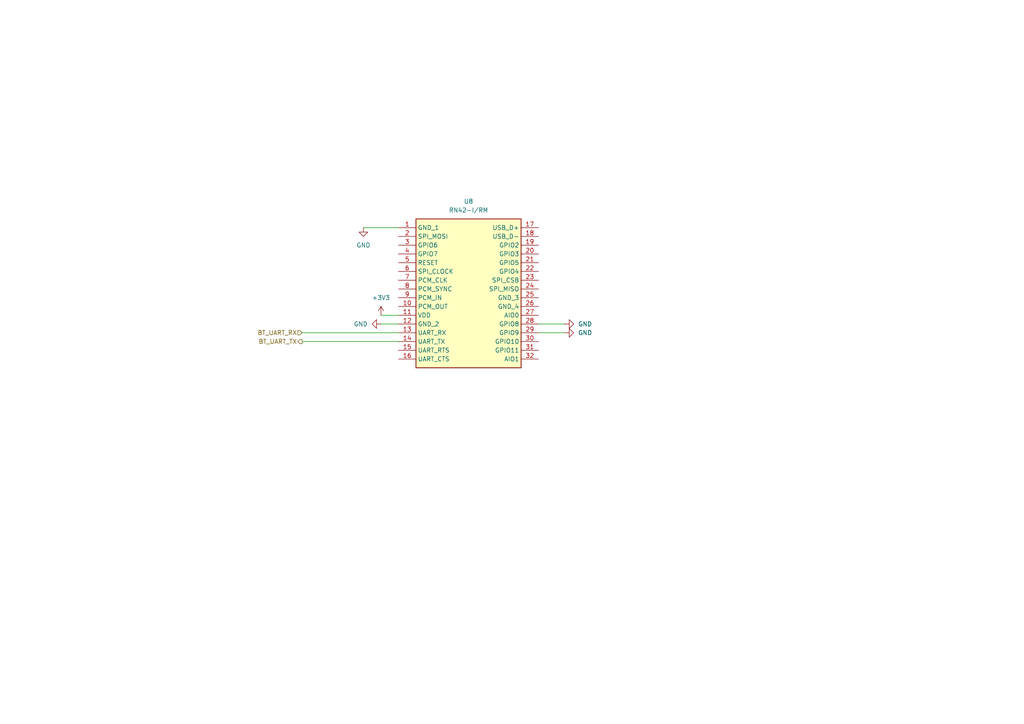
<source format=kicad_sch>
(kicad_sch (version 20250114) (generator "eeschema") (generator_version "9.0")
  (paper "A4")
  (lib_symbols
    (symbol "RN42-I/RM:RN42-I_RM"
      (property "Reference" "IC" (at 36.83 7.62 0))
      (property "Value" "RN42-I_RM" (at 36.83 5.08 0))
      (symbol "RN42-I_RM_1_1"
        (rectangle (start 5.08 2.54) (end 35.56 -40.64) (stroke (width 0.254)) (fill (type background)))
        (pin passive line (at 0 0 0) (length 5.08) (name "GND_1") (number "1"))
        (pin passive line (at 0 -2.54 0) (length 5.08) (name "SPI_MOSI") (number "2"))
        (pin passive line (at 0 -5.08 0) (length 5.08) (name "GPIO6") (number "3"))
        (pin passive line (at 0 -7.62 0) (length 5.08) (name "GPIO7") (number "4"))
        (pin passive line (at 0 -10.16 0) (length 5.08) (name "RESET") (number "5"))
        (pin passive line (at 0 -12.7 0) (length 5.08) (name "SPI_CLOCK") (number "6"))
        (pin passive line (at 0 -15.24 0) (length 5.08) (name "PCM_CLK") (number "7"))
        (pin passive line (at 0 -17.78 0) (length 5.08) (name "PCM_SYNC") (number "8"))
        (pin passive line (at 0 -20.32 0) (length 5.08) (name "PCM_IN") (number "9"))
        (pin passive line (at 0 -22.86 0) (length 5.08) (name "PCM_OUT") (number "10"))
        (pin passive line (at 0 -25.4 0) (length 5.08) (name "VDD") (number "11"))
        (pin passive line (at 0 -27.94 0) (length 5.08) (name "GND_2") (number "12"))
        (pin passive line (at 0 -30.48 0) (length 5.08) (name "UART_RX") (number "13"))
        (pin passive line (at 0 -33.02 0) (length 5.08) (name "UART_TX") (number "14"))
        (pin passive line (at 0 -35.56 0) (length 5.08) (name "UART_RTS") (number "15"))
        (pin passive line (at 0 -38.1 0) (length 5.08) (name "UART_CTS") (number "16"))
        (pin passive line (at 40.64 0 180) (length 5.08) (name "USB_D+") (number "17"))
        (pin passive line (at 40.64 -2.54 180) (length 5.08) (name "USB_D-") (number "18"))
        (pin passive line (at 40.64 -5.08 180) (length 5.08) (name "GPIO2") (number "19"))
        (pin passive line (at 40.64 -7.62 180) (length 5.08) (name "GPIO3") (number "20"))
        (pin passive line (at 40.64 -10.16 180) (length 5.08) (name "GPIO5") (number "21"))
        (pin passive line (at 40.64 -12.7 180) (length 5.08) (name "GPIO4") (number "22"))
        (pin passive line (at 40.64 -15.24 180) (length 5.08) (name "SPI_CSB") (number "23"))
        (pin passive line (at 40.64 -17.78 180) (length 5.08) (name "SPI_MISO") (number "24"))
        (pin passive line (at 40.64 -20.32 180) (length 5.08) (name "GND_3") (number "25"))
        (pin passive line (at 40.64 -22.86 180) (length 5.08) (name "GND_4") (number "26"))
        (pin passive line (at 40.64 -25.4 180) (length 5.08) (name "AIO0") (number "27"))
        (pin passive line (at 40.64 -27.94 180) (length 5.08) (name "GPIO8") (number "28"))
        (pin passive line (at 40.64 -30.48 180) (length 5.08) (name "GPIO9") (number "29"))
        (pin passive line (at 40.64 -33.02 180) (length 5.08) (name "GPIO10") (number "30"))
        (pin passive line (at 40.64 -35.56 180) (length 5.08) (name "GPIO11") (number "31"))
        (pin passive line (at 40.64 -38.1 180) (length 5.08) (name "AIO1") (number "32"))
      )
    )
    (symbol "power:+3V3" (power) (pin_numbers (hide yes)) (pin_names (offset 0) (hide yes))
      (property "Value" "+3V3" (at 0 3.556 0))
      (symbol "+3V3_0_1"
        (polyline (pts (xy -0.762 1.27) (xy 0 2.54)))
        (polyline (pts (xy 0 2.54) (xy 0.762 1.27)))
        (polyline (pts (xy 0 0) (xy 0 2.54)))
      )
      (symbol "+3V3_1_1"
        (pin power_in line (at 0 0 90) (length 0) (name "~") (number "1"))
      )
    )
    (symbol "power:GND" (power) (pin_numbers (hide yes)) (pin_names (offset 0) (hide yes))
      (property "Value" "GND" (at 0 -3.81 0))
      (symbol "GND_0_1"
        (polyline (pts (xy 0 0) (xy 0 -1.27) (xy 1.27 -1.27) (xy 0 -2.54) (xy -1.27 -1.27) (xy 0 -1.27)))
      )
      (symbol "GND_1_1"
        (pin power_in line (at 0 0 270) (length 0) (name "~") (number "1"))
      )
    )
  )
  (wire (pts (xy 105.41 66.04) (xy 115.57 66.04)))
  (wire (pts (xy 87.63 99.06) (xy 115.57 99.06)))
  (wire (pts (xy 87.63 96.52) (xy 115.57 96.52)))
  (wire (pts (xy 110.49 91.44) (xy 115.57 91.44)))
  (wire (pts (xy 156.21 93.98) (xy 163.83 93.98)))
  (wire (pts (xy 110.49 93.98) (xy 115.57 93.98)))
  (wire (pts (xy 156.21 96.52) (xy 163.83 96.52)))
  (hierarchical_label "BT_UART_RX" (shape input) (at 87.63 96.52 180))
  (hierarchical_label "BT_UART_TX" (shape output) (at 87.63 99.06 180))
  (symbol (lib_id "RN42-I/RM:RN42-I_RM") (at 115.57 66.04 0) (unit 1)
    (property "Reference" "U8" (at 135.89 58.42 0))
    (property "Value" "RN42-I/RM" (at 135.89 60.96 0))
    (property "Footprint" "RN42" (effects (hide yes)))
    (property "Datasheet" "https://www.digikey.ph/en/products/detail/microchip-technology/RN42-I-RM/2357707?msockid=3bdc366bbe0663d83c1223c0bf3662a6" (effects (hide yes)))
    (property "Description" "Bluetooth Bluetooth v2.1 +EDR, Class 2 Transceiver Module 2.4GHz Integrated, Trace Surface Mount" (effects (hide yes)))
    (property "Mouser Part Number" "765-RN-42" (effects (hide yes)))
    (property "Mouser Price/Stock" "https://www.mouser.co.uk/ProductDetail/Microchip-Technology/RN42-I-RM?qs=L6Bu%252BmzjsgnB3cElw8OrzA%3D%3D" (effects (hide yes)))
    (property "Manufacturer_Name" "Microchip" (effects (hide yes)))
    (property "Manufacturer_Part_Number" "RN42-I/RM" (effects (hide yes)))
  )
  (symbol (lib_id "power:+3V3") (at 110.49 91.44 0) (unit 1)
    (property "Reference" "#PWR041" (effects (hide yes)))
    (property "Value" "+3V3" (at 110.49 86.36 0))
    (property "Description" "Power symbol creates a global label with name \"+3V3\"" (effects (hide yes)))
  )
  (symbol (lib_id "power:GND") (at 163.83 96.52 90) (unit 1)
    (property "Reference" "#PWR039" (effects (hide yes)))
    (property "Value" "GND" (at 167.64 96.5199 90) (effects (justify right)))
    (property "Description" "Power symbol creates a global label with name \"GND\" , ground" (effects (hide yes)))
  )
  (symbol (lib_id "power:GND") (at 105.41 66.04 0) (unit 1)
    (property "Reference" "#PWR037" (effects (hide yes)))
    (property "Value" "GND" (at 105.41 71.12 0))
    (property "Description" "Power symbol creates a global label with name \"GND\" , ground" (effects (hide yes)))
  )
  (symbol (lib_id "power:GND") (at 163.83 93.98 90) (unit 1)
    (property "Reference" "#PWR040" (effects (hide yes)))
    (property "Value" "GND" (at 167.64 93.9799 90) (effects (justify right)))
    (property "Description" "Power symbol creates a global label with name \"GND\" , ground" (effects (hide yes)))
  )
  (symbol (lib_id "power:GND") (at 110.49 93.98 270) (unit 1)
    (property "Reference" "#PWR038" (effects (hide yes)))
    (property "Value" "GND" (at 106.68 93.9799 90) (effects (justify right)))
    (property "Description" "Power symbol creates a global label with name \"GND\" , ground" (effects (hide yes)))
  )
)
</source>
